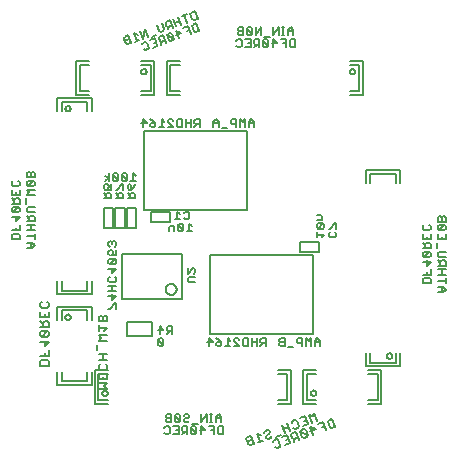
<source format=gbo>
G75*
%MOIN*%
%OFA0B0*%
%FSLAX24Y24*%
%IPPOS*%
%LPD*%
%AMOC8*
5,1,8,0,0,1.08239X$1,22.5*
%
%ADD10C,0.0050*%
%ADD11C,0.0060*%
%ADD12C,0.0070*%
D10*
X003443Y004071D02*
X004577Y004071D01*
X004577Y004504D01*
X004682Y004577D02*
X005115Y004577D01*
X005115Y004443D02*
X004800Y004443D01*
X004800Y003577D01*
X005115Y003577D01*
X005115Y003443D02*
X004682Y003443D01*
X004682Y004577D01*
X004443Y004504D02*
X004443Y004189D01*
X003577Y004189D01*
X003577Y004504D01*
X003443Y004504D02*
X003443Y004071D01*
X004938Y003792D02*
X004940Y003811D01*
X004946Y003828D01*
X004955Y003844D01*
X004967Y003858D01*
X004982Y003869D01*
X004999Y003877D01*
X005018Y003881D01*
X005036Y003881D01*
X005055Y003877D01*
X005071Y003869D01*
X005087Y003858D01*
X005099Y003844D01*
X005108Y003828D01*
X005114Y003811D01*
X005116Y003792D01*
X005114Y003773D01*
X005108Y003756D01*
X005099Y003740D01*
X005087Y003726D01*
X005072Y003715D01*
X005055Y003707D01*
X005036Y003703D01*
X005018Y003703D01*
X004999Y003707D01*
X004983Y003715D01*
X004967Y003726D01*
X004955Y003740D01*
X004946Y003756D01*
X004940Y003773D01*
X004938Y003792D01*
X005750Y005710D02*
X005750Y006150D01*
X006590Y006150D01*
X006590Y005710D01*
X005750Y005710D01*
X004577Y006236D02*
X004577Y006669D01*
X003443Y006669D01*
X003443Y006236D01*
X003577Y006236D02*
X003577Y006551D01*
X004443Y006551D01*
X004443Y006236D01*
X003703Y006324D02*
X003705Y006343D01*
X003711Y006360D01*
X003720Y006376D01*
X003732Y006390D01*
X003747Y006401D01*
X003764Y006409D01*
X003783Y006413D01*
X003801Y006413D01*
X003820Y006409D01*
X003836Y006401D01*
X003852Y006390D01*
X003864Y006376D01*
X003873Y006360D01*
X003879Y006343D01*
X003881Y006324D01*
X003879Y006305D01*
X003873Y006288D01*
X003864Y006272D01*
X003852Y006258D01*
X003837Y006247D01*
X003820Y006239D01*
X003801Y006235D01*
X003783Y006235D01*
X003764Y006239D01*
X003748Y006247D01*
X003732Y006258D01*
X003720Y006272D01*
X003711Y006288D01*
X003705Y006305D01*
X003703Y006324D01*
X003443Y007082D02*
X004577Y007082D01*
X004577Y007515D01*
X004443Y007515D02*
X004443Y007200D01*
X003577Y007200D01*
X003577Y007515D01*
X003443Y007515D02*
X003443Y007082D01*
X004990Y009310D02*
X005310Y009310D01*
X005310Y009950D01*
X004990Y009950D01*
X004990Y009310D01*
X005370Y009310D02*
X005690Y009310D01*
X005690Y009950D01*
X005370Y009950D01*
X005370Y009310D01*
X005750Y009310D02*
X006070Y009310D01*
X006070Y009950D01*
X005750Y009950D01*
X005750Y009310D01*
X006330Y009890D02*
X009770Y009890D01*
X009770Y012530D01*
X006330Y012530D01*
X006330Y009890D01*
X006550Y009830D02*
X006550Y009510D01*
X007190Y009510D01*
X007190Y009830D01*
X006550Y009830D01*
X008530Y008410D02*
X011970Y008410D01*
X011970Y005770D01*
X008530Y005770D01*
X008530Y008410D01*
X011530Y008510D02*
X011530Y008830D01*
X012170Y008830D01*
X012170Y008510D01*
X011530Y008510D01*
X013723Y010785D02*
X013723Y011218D01*
X014857Y011218D01*
X014857Y010785D01*
X014723Y010785D02*
X014723Y011100D01*
X013857Y011100D01*
X013857Y010785D01*
X013618Y013723D02*
X013185Y013723D01*
X013185Y013857D02*
X013500Y013857D01*
X013500Y014723D01*
X013185Y014723D01*
X013185Y014857D02*
X013618Y014857D01*
X013618Y013723D01*
X013184Y014508D02*
X013186Y014527D01*
X013192Y014544D01*
X013201Y014560D01*
X013213Y014574D01*
X013228Y014585D01*
X013245Y014593D01*
X013264Y014597D01*
X013282Y014597D01*
X013301Y014593D01*
X013317Y014585D01*
X013333Y014574D01*
X013345Y014560D01*
X013354Y014544D01*
X013360Y014527D01*
X013362Y014508D01*
X013360Y014489D01*
X013354Y014472D01*
X013345Y014456D01*
X013333Y014442D01*
X013318Y014431D01*
X013301Y014423D01*
X013282Y014419D01*
X013264Y014419D01*
X013245Y014423D01*
X013229Y014431D01*
X013213Y014442D01*
X013201Y014456D01*
X013192Y014472D01*
X013186Y014489D01*
X013184Y014508D01*
X007515Y014723D02*
X007200Y014723D01*
X007200Y013857D01*
X007515Y013857D01*
X007515Y013723D02*
X007082Y013723D01*
X007082Y014857D01*
X007515Y014857D01*
X006669Y014857D02*
X006236Y014857D01*
X006236Y014723D02*
X006551Y014723D01*
X006551Y013857D01*
X006236Y013857D01*
X006236Y013723D02*
X006669Y013723D01*
X006669Y014857D01*
X006235Y014508D02*
X006237Y014527D01*
X006243Y014544D01*
X006252Y014560D01*
X006264Y014574D01*
X006279Y014585D01*
X006296Y014593D01*
X006315Y014597D01*
X006333Y014597D01*
X006352Y014593D01*
X006368Y014585D01*
X006384Y014574D01*
X006396Y014560D01*
X006405Y014544D01*
X006411Y014527D01*
X006413Y014508D01*
X006411Y014489D01*
X006405Y014472D01*
X006396Y014456D01*
X006384Y014442D01*
X006369Y014431D01*
X006352Y014423D01*
X006333Y014419D01*
X006315Y014419D01*
X006296Y014423D01*
X006280Y014431D01*
X006264Y014442D01*
X006252Y014456D01*
X006243Y014472D01*
X006237Y014489D01*
X006235Y014508D01*
X004577Y013618D02*
X004577Y013185D01*
X004443Y013185D02*
X004443Y013500D01*
X003577Y013500D01*
X003577Y013185D01*
X003443Y013185D02*
X003443Y013618D01*
X004577Y013618D01*
X004504Y013723D02*
X004071Y013723D01*
X004071Y014857D01*
X004504Y014857D01*
X004504Y014723D02*
X004189Y014723D01*
X004189Y013857D01*
X004504Y013857D01*
X003703Y013273D02*
X003705Y013292D01*
X003711Y013309D01*
X003720Y013325D01*
X003732Y013339D01*
X003747Y013350D01*
X003764Y013358D01*
X003783Y013362D01*
X003801Y013362D01*
X003820Y013358D01*
X003836Y013350D01*
X003852Y013339D01*
X003864Y013325D01*
X003873Y013309D01*
X003879Y013292D01*
X003881Y013273D01*
X003879Y013254D01*
X003873Y013237D01*
X003864Y013221D01*
X003852Y013207D01*
X003837Y013196D01*
X003820Y013188D01*
X003801Y013184D01*
X003783Y013184D01*
X003764Y013188D01*
X003748Y013196D01*
X003732Y013207D01*
X003720Y013221D01*
X003711Y013237D01*
X003705Y013254D01*
X003703Y013273D01*
X010785Y004577D02*
X011218Y004577D01*
X011218Y003443D01*
X010785Y003443D01*
X010785Y003577D02*
X011100Y003577D01*
X011100Y004443D01*
X010785Y004443D01*
X011631Y004577D02*
X012064Y004577D01*
X012064Y004443D02*
X011749Y004443D01*
X011749Y003577D01*
X012064Y003577D01*
X012064Y003443D02*
X011631Y003443D01*
X011631Y004577D01*
X011887Y003792D02*
X011889Y003811D01*
X011895Y003828D01*
X011904Y003844D01*
X011916Y003858D01*
X011931Y003869D01*
X011948Y003877D01*
X011967Y003881D01*
X011985Y003881D01*
X012004Y003877D01*
X012020Y003869D01*
X012036Y003858D01*
X012048Y003844D01*
X012057Y003828D01*
X012063Y003811D01*
X012065Y003792D01*
X012063Y003773D01*
X012057Y003756D01*
X012048Y003740D01*
X012036Y003726D01*
X012021Y003715D01*
X012004Y003707D01*
X011985Y003703D01*
X011967Y003703D01*
X011948Y003707D01*
X011932Y003715D01*
X011916Y003726D01*
X011904Y003740D01*
X011895Y003756D01*
X011889Y003773D01*
X011887Y003792D01*
X013723Y004682D02*
X013723Y005115D01*
X013857Y005115D02*
X013857Y004800D01*
X014723Y004800D01*
X014723Y005115D01*
X014857Y005115D02*
X014857Y004682D01*
X013723Y004682D01*
X013796Y004577D02*
X014229Y004577D01*
X014229Y003443D01*
X013796Y003443D01*
X013796Y003577D02*
X014111Y003577D01*
X014111Y004443D01*
X013796Y004443D01*
X014419Y005027D02*
X014421Y005046D01*
X014427Y005063D01*
X014436Y005079D01*
X014448Y005093D01*
X014463Y005104D01*
X014480Y005112D01*
X014499Y005116D01*
X014517Y005116D01*
X014536Y005112D01*
X014552Y005104D01*
X014568Y005093D01*
X014580Y005079D01*
X014589Y005063D01*
X014595Y005046D01*
X014597Y005027D01*
X014595Y005008D01*
X014589Y004991D01*
X014580Y004975D01*
X014568Y004961D01*
X014553Y004950D01*
X014536Y004942D01*
X014517Y004938D01*
X014499Y004938D01*
X014480Y004942D01*
X014464Y004950D01*
X014448Y004961D01*
X014436Y004975D01*
X014427Y004991D01*
X014421Y005008D01*
X014419Y005027D01*
D11*
X012193Y005360D02*
X012193Y005533D01*
X012107Y005620D01*
X012020Y005533D01*
X012020Y005360D01*
X011899Y005360D02*
X011899Y005620D01*
X011812Y005533D01*
X011725Y005620D01*
X011725Y005360D01*
X011604Y005360D02*
X011604Y005620D01*
X011474Y005620D01*
X011430Y005577D01*
X011430Y005490D01*
X011474Y005447D01*
X011604Y005447D01*
X011309Y005317D02*
X011136Y005317D01*
X011015Y005360D02*
X010885Y005360D01*
X010841Y005403D01*
X010841Y005447D01*
X010885Y005490D01*
X011015Y005490D01*
X011015Y005360D02*
X011015Y005620D01*
X010885Y005620D01*
X010841Y005577D01*
X010841Y005533D01*
X010885Y005490D01*
X010383Y005447D02*
X010252Y005447D01*
X010209Y005490D01*
X010209Y005577D01*
X010252Y005620D01*
X010383Y005620D01*
X010383Y005360D01*
X010296Y005447D02*
X010209Y005360D01*
X010088Y005360D02*
X010088Y005620D01*
X010088Y005490D02*
X009914Y005490D01*
X009914Y005620D02*
X009914Y005360D01*
X009793Y005360D02*
X009793Y005620D01*
X009663Y005620D01*
X009620Y005577D01*
X009620Y005403D01*
X009663Y005360D01*
X009793Y005360D01*
X009499Y005360D02*
X009325Y005533D01*
X009325Y005577D01*
X009368Y005620D01*
X009455Y005620D01*
X009499Y005577D01*
X009499Y005360D02*
X009325Y005360D01*
X009204Y005360D02*
X009030Y005360D01*
X009117Y005360D02*
X009117Y005620D01*
X009204Y005533D01*
X008909Y005490D02*
X008909Y005403D01*
X008866Y005360D01*
X008779Y005360D01*
X008736Y005403D01*
X008736Y005447D01*
X008779Y005490D01*
X008909Y005490D01*
X008823Y005577D01*
X008736Y005620D01*
X008615Y005490D02*
X008441Y005490D01*
X008485Y005360D02*
X008485Y005620D01*
X008615Y005490D01*
X007590Y006920D02*
X007590Y008420D01*
X005590Y008420D01*
X005590Y006920D01*
X007590Y006920D01*
X007050Y007248D02*
X007052Y007274D01*
X007058Y007300D01*
X007067Y007325D01*
X007080Y007348D01*
X007096Y007369D01*
X007115Y007387D01*
X007137Y007403D01*
X007160Y007415D01*
X007185Y007423D01*
X007211Y007428D01*
X007238Y007429D01*
X007264Y007426D01*
X007289Y007419D01*
X007314Y007409D01*
X007336Y007395D01*
X007357Y007378D01*
X007374Y007359D01*
X007389Y007337D01*
X007400Y007313D01*
X007408Y007287D01*
X007412Y007261D01*
X007412Y007235D01*
X007408Y007209D01*
X007400Y007183D01*
X007389Y007159D01*
X007374Y007137D01*
X007357Y007118D01*
X007336Y007101D01*
X007314Y007087D01*
X007289Y007077D01*
X007264Y007070D01*
X007238Y007067D01*
X007211Y007068D01*
X007185Y007073D01*
X007160Y007081D01*
X007137Y007093D01*
X007115Y007109D01*
X007096Y007127D01*
X007080Y007148D01*
X007067Y007171D01*
X007058Y007196D01*
X007052Y007222D01*
X007050Y007248D01*
X007780Y007523D02*
X007823Y007480D01*
X008040Y007480D01*
X008040Y007653D02*
X007823Y007653D01*
X007780Y007610D01*
X007780Y007523D01*
X007780Y007775D02*
X007953Y007948D01*
X007997Y007948D01*
X008040Y007905D01*
X008040Y007818D01*
X007997Y007775D01*
X007780Y007775D02*
X007780Y007948D01*
X007747Y009180D02*
X007920Y009180D01*
X007833Y009180D02*
X007833Y009440D01*
X007920Y009353D01*
X007777Y009580D02*
X007690Y009580D01*
X007647Y009623D01*
X007525Y009580D02*
X007352Y009580D01*
X007439Y009580D02*
X007439Y009840D01*
X007525Y009753D01*
X007647Y009797D02*
X007690Y009840D01*
X007777Y009840D01*
X007820Y009797D01*
X007820Y009623D01*
X007777Y009580D01*
X007625Y009397D02*
X007582Y009440D01*
X007495Y009440D01*
X007452Y009397D01*
X007625Y009223D01*
X007582Y009180D01*
X007495Y009180D01*
X007452Y009223D01*
X007452Y009397D01*
X007331Y009353D02*
X007201Y009353D01*
X007157Y009310D01*
X007157Y009180D01*
X007331Y009180D02*
X007331Y009353D01*
X007625Y009397D02*
X007625Y009223D01*
X006040Y010280D02*
X006040Y010410D01*
X005997Y010453D01*
X005910Y010453D01*
X005867Y010410D01*
X005867Y010280D01*
X005867Y010367D02*
X005780Y010453D01*
X005823Y010575D02*
X005780Y010618D01*
X005780Y010705D01*
X005823Y010748D01*
X005867Y010748D01*
X005910Y010705D01*
X005910Y010575D01*
X005823Y010575D01*
X005910Y010575D02*
X005997Y010661D01*
X006040Y010748D01*
X006049Y010860D02*
X005876Y010860D01*
X005963Y010860D02*
X005963Y011120D01*
X006049Y011033D01*
X005755Y011077D02*
X005755Y010903D01*
X005581Y011077D01*
X005581Y010903D01*
X005625Y010860D01*
X005711Y010860D01*
X005755Y010903D01*
X005755Y011077D02*
X005711Y011120D01*
X005625Y011120D01*
X005581Y011077D01*
X005460Y011077D02*
X005460Y010903D01*
X005287Y011077D01*
X005287Y010903D01*
X005330Y010860D01*
X005417Y010860D01*
X005460Y010903D01*
X005460Y011077D02*
X005417Y011120D01*
X005330Y011120D01*
X005287Y011077D01*
X005166Y011120D02*
X005166Y010860D01*
X005166Y010947D02*
X005035Y011033D01*
X005166Y010947D02*
X005035Y010860D01*
X005023Y010748D02*
X004980Y010705D01*
X004980Y010618D01*
X005023Y010575D01*
X005110Y010575D02*
X005153Y010661D01*
X005153Y010705D01*
X005110Y010748D01*
X005023Y010748D01*
X005110Y010575D02*
X005240Y010575D01*
X005240Y010748D01*
X005380Y010575D02*
X005423Y010575D01*
X005597Y010748D01*
X005640Y010748D01*
X005640Y010575D01*
X005597Y010453D02*
X005510Y010453D01*
X005467Y010410D01*
X005467Y010280D01*
X005467Y010367D02*
X005380Y010453D01*
X005240Y010410D02*
X005197Y010453D01*
X005110Y010453D01*
X005067Y010410D01*
X005067Y010280D01*
X005067Y010367D02*
X004980Y010453D01*
X004980Y010280D02*
X005240Y010280D01*
X005240Y010410D01*
X005380Y010280D02*
X005640Y010280D01*
X005640Y010410D01*
X005597Y010453D01*
X005780Y010280D02*
X006040Y010280D01*
X005352Y008846D02*
X005308Y008846D01*
X005265Y008802D01*
X005222Y008846D01*
X005178Y008846D01*
X005135Y008802D01*
X005135Y008716D01*
X005178Y008672D01*
X005178Y008551D02*
X005135Y008508D01*
X005135Y008421D01*
X005178Y008378D01*
X005265Y008378D02*
X005308Y008464D01*
X005308Y008508D01*
X005265Y008551D01*
X005178Y008551D01*
X005265Y008378D02*
X005395Y008378D01*
X005395Y008551D01*
X005352Y008672D02*
X005395Y008716D01*
X005395Y008802D01*
X005352Y008846D01*
X005265Y008802D02*
X005265Y008759D01*
X005352Y008257D02*
X005178Y008257D01*
X005135Y008213D01*
X005135Y008126D01*
X005178Y008083D01*
X005352Y008257D01*
X005395Y008213D01*
X005395Y008126D01*
X005352Y008083D01*
X005178Y008083D01*
X005265Y007962D02*
X005265Y007788D01*
X005395Y007918D01*
X005135Y007918D01*
X005178Y007667D02*
X005135Y007624D01*
X005135Y007537D01*
X005178Y007494D01*
X005352Y007494D01*
X005395Y007537D01*
X005395Y007624D01*
X005352Y007667D01*
X005395Y007373D02*
X005135Y007373D01*
X005265Y007373D02*
X005265Y007199D01*
X005265Y007078D02*
X005265Y006904D01*
X005395Y007035D01*
X005135Y007035D01*
X005135Y007199D02*
X005395Y007199D01*
X005395Y006783D02*
X005352Y006783D01*
X005178Y006610D01*
X005135Y006610D01*
X005395Y006610D02*
X005395Y006783D01*
X006845Y006020D02*
X006845Y005760D01*
X006801Y005890D02*
X006975Y005890D01*
X006845Y006020D01*
X007096Y005977D02*
X007096Y005890D01*
X007139Y005847D01*
X007269Y005847D01*
X007183Y005847D02*
X007096Y005760D01*
X007269Y005760D02*
X007269Y006020D01*
X007139Y006020D01*
X007096Y005977D01*
X006931Y005620D02*
X006845Y005620D01*
X006801Y005577D01*
X006975Y005403D01*
X006931Y005360D01*
X006845Y005360D01*
X006801Y005403D01*
X006801Y005577D01*
X006931Y005620D02*
X006975Y005577D01*
X006975Y005403D01*
X007102Y003080D02*
X007059Y003037D01*
X007059Y002993D01*
X007102Y002950D01*
X007232Y002950D01*
X007102Y002950D02*
X007059Y002907D01*
X007059Y002863D01*
X007102Y002820D01*
X007232Y002820D01*
X007232Y003080D01*
X007102Y003080D01*
X007354Y003037D02*
X007354Y002863D01*
X007397Y002820D01*
X007484Y002820D01*
X007527Y002863D01*
X007354Y003037D01*
X007397Y003080D01*
X007484Y003080D01*
X007527Y003037D01*
X007527Y002863D01*
X007648Y002863D02*
X007692Y002820D01*
X007778Y002820D01*
X007822Y002863D01*
X007778Y002950D02*
X007692Y002950D01*
X007648Y002907D01*
X007648Y002863D01*
X007778Y002950D02*
X007822Y002993D01*
X007822Y003037D01*
X007778Y003080D01*
X007692Y003080D01*
X007648Y003037D01*
X007643Y002680D02*
X007599Y002637D01*
X007599Y002550D01*
X007643Y002507D01*
X007773Y002507D01*
X007773Y002420D02*
X007773Y002680D01*
X007643Y002680D01*
X007478Y002680D02*
X007478Y002420D01*
X007305Y002420D01*
X007183Y002463D02*
X007140Y002420D01*
X007053Y002420D01*
X007010Y002463D01*
X007183Y002463D02*
X007183Y002637D01*
X007140Y002680D01*
X007053Y002680D01*
X007010Y002637D01*
X007305Y002680D02*
X007478Y002680D01*
X007478Y002550D02*
X007391Y002550D01*
X007599Y002420D02*
X007686Y002507D01*
X007894Y002463D02*
X007894Y002637D01*
X008067Y002463D01*
X008024Y002420D01*
X007937Y002420D01*
X007894Y002463D01*
X008067Y002463D02*
X008067Y002637D01*
X008024Y002680D01*
X007937Y002680D01*
X007894Y002637D01*
X007943Y002777D02*
X008116Y002777D01*
X008238Y002820D02*
X008238Y003080D01*
X008411Y003080D02*
X008238Y002820D01*
X008232Y002680D02*
X008362Y002550D01*
X008188Y002550D01*
X008232Y002420D02*
X008232Y002680D01*
X008411Y002820D02*
X008411Y003080D01*
X008521Y003080D02*
X008608Y003080D01*
X008564Y003080D02*
X008564Y002820D01*
X008521Y002820D02*
X008608Y002820D01*
X008729Y002820D02*
X008729Y002993D01*
X008815Y003080D01*
X008902Y002993D01*
X008902Y002820D01*
X008902Y002950D02*
X008729Y002950D01*
X008657Y002680D02*
X008483Y002680D01*
X008570Y002550D02*
X008657Y002550D01*
X008657Y002420D02*
X008657Y002680D01*
X008778Y002637D02*
X008821Y002680D01*
X008951Y002680D01*
X008951Y002420D01*
X008821Y002420D01*
X008778Y002463D01*
X008778Y002637D01*
X012020Y005490D02*
X012193Y005490D01*
X012253Y008980D02*
X012340Y009067D01*
X012080Y009067D01*
X012080Y009153D02*
X012080Y008980D01*
X012123Y009275D02*
X012297Y009448D01*
X012123Y009448D01*
X012080Y009405D01*
X012080Y009318D01*
X012123Y009275D01*
X012297Y009275D01*
X012340Y009318D01*
X012340Y009405D01*
X012297Y009448D01*
X012253Y009569D02*
X012253Y009699D01*
X012210Y009743D01*
X012080Y009743D01*
X012080Y009569D02*
X012253Y009569D01*
X012480Y009275D02*
X012523Y009275D01*
X012697Y009448D01*
X012740Y009448D01*
X012740Y009275D01*
X012697Y009153D02*
X012740Y009110D01*
X012740Y009023D01*
X012697Y008980D01*
X012523Y008980D01*
X012480Y009023D01*
X012480Y009110D01*
X012523Y009153D01*
X015620Y009095D02*
X015620Y008922D01*
X015880Y008922D01*
X015880Y009095D01*
X015837Y009217D02*
X015663Y009217D01*
X015620Y009260D01*
X015620Y009347D01*
X015663Y009390D01*
X015837Y009390D02*
X015880Y009347D01*
X015880Y009260D01*
X015837Y009217D01*
X015750Y009009D02*
X015750Y008922D01*
X015750Y008801D02*
X015707Y008757D01*
X015707Y008627D01*
X015620Y008627D02*
X015880Y008627D01*
X015880Y008757D01*
X015837Y008801D01*
X015750Y008801D01*
X015707Y008714D02*
X015620Y008801D01*
X015663Y008506D02*
X015620Y008463D01*
X015620Y008376D01*
X015663Y008333D01*
X015837Y008506D01*
X015663Y008506D01*
X015663Y008333D02*
X015837Y008333D01*
X015880Y008376D01*
X015880Y008463D01*
X015837Y008506D01*
X016077Y008627D02*
X016077Y008801D01*
X016120Y008922D02*
X016120Y009095D01*
X016163Y009217D02*
X016337Y009390D01*
X016163Y009390D01*
X016120Y009347D01*
X016120Y009260D01*
X016163Y009217D01*
X016337Y009217D01*
X016380Y009260D01*
X016380Y009347D01*
X016337Y009390D01*
X016380Y009511D02*
X016380Y009641D01*
X016337Y009685D01*
X016293Y009685D01*
X016250Y009641D01*
X016250Y009511D01*
X016120Y009511D02*
X016120Y009641D01*
X016163Y009685D01*
X016207Y009685D01*
X016250Y009641D01*
X016120Y009511D02*
X016380Y009511D01*
X016380Y009095D02*
X016380Y008922D01*
X016120Y008922D01*
X016250Y008922D02*
X016250Y009009D01*
X016163Y008506D02*
X016380Y008506D01*
X016380Y008333D02*
X016163Y008333D01*
X016120Y008376D01*
X016120Y008463D01*
X016163Y008506D01*
X016120Y008212D02*
X016207Y008125D01*
X016207Y008168D02*
X016207Y008038D01*
X016120Y008038D02*
X016380Y008038D01*
X016380Y008168D01*
X016337Y008212D01*
X016250Y008212D01*
X016207Y008168D01*
X016250Y007917D02*
X016250Y007743D01*
X016120Y007743D02*
X016380Y007743D01*
X016380Y007622D02*
X016380Y007449D01*
X016380Y007535D02*
X016120Y007535D01*
X016120Y007328D02*
X016293Y007328D01*
X016380Y007241D01*
X016293Y007154D01*
X016120Y007154D01*
X016250Y007154D02*
X016250Y007328D01*
X015880Y007449D02*
X015880Y007579D01*
X015837Y007622D01*
X015663Y007622D01*
X015620Y007579D01*
X015620Y007449D01*
X015880Y007449D01*
X015880Y007743D02*
X015620Y007743D01*
X015750Y007743D02*
X015750Y007830D01*
X015880Y007743D02*
X015880Y007917D01*
X015750Y008038D02*
X015750Y008212D01*
X015620Y008168D02*
X015880Y008168D01*
X015750Y008038D01*
X016120Y007917D02*
X016380Y007917D01*
X009993Y012660D02*
X009993Y012833D01*
X009907Y012920D01*
X009820Y012833D01*
X009820Y012660D01*
X009699Y012660D02*
X009699Y012920D01*
X009612Y012833D01*
X009525Y012920D01*
X009525Y012660D01*
X009404Y012660D02*
X009404Y012920D01*
X009274Y012920D01*
X009230Y012877D01*
X009230Y012790D01*
X009274Y012747D01*
X009404Y012747D01*
X009109Y012617D02*
X008936Y012617D01*
X008815Y012660D02*
X008815Y012833D01*
X008728Y012920D01*
X008641Y012833D01*
X008641Y012660D01*
X008641Y012790D02*
X008815Y012790D01*
X008183Y012747D02*
X008052Y012747D01*
X008009Y012790D01*
X008009Y012877D01*
X008052Y012920D01*
X008183Y012920D01*
X008183Y012660D01*
X008096Y012747D02*
X008009Y012660D01*
X007888Y012660D02*
X007888Y012920D01*
X007888Y012790D02*
X007714Y012790D01*
X007714Y012920D02*
X007714Y012660D01*
X007593Y012660D02*
X007593Y012920D01*
X007463Y012920D01*
X007420Y012877D01*
X007420Y012703D01*
X007463Y012660D01*
X007593Y012660D01*
X007299Y012660D02*
X007125Y012833D01*
X007125Y012877D01*
X007168Y012920D01*
X007255Y012920D01*
X007299Y012877D01*
X007299Y012660D02*
X007125Y012660D01*
X007004Y012660D02*
X006830Y012660D01*
X006917Y012660D02*
X006917Y012920D01*
X007004Y012833D01*
X006709Y012790D02*
X006579Y012790D01*
X006536Y012747D01*
X006536Y012703D01*
X006579Y012660D01*
X006666Y012660D01*
X006709Y012703D01*
X006709Y012790D01*
X006623Y012877D01*
X006536Y012920D01*
X006415Y012790D02*
X006241Y012790D01*
X006285Y012660D02*
X006285Y012920D01*
X006415Y012790D01*
X006376Y015223D02*
X006320Y015249D01*
X006376Y015223D02*
X006457Y015253D01*
X006483Y015309D01*
X006424Y015472D01*
X006368Y015498D01*
X006287Y015468D01*
X006261Y015412D01*
X006175Y015569D02*
X006012Y015509D01*
X006093Y015539D02*
X006004Y015784D01*
X006115Y015732D01*
X006200Y015855D02*
X006289Y015610D01*
X006363Y015914D01*
X006452Y015670D01*
X006580Y015670D02*
X006743Y015730D01*
X006840Y015670D02*
X006814Y015614D01*
X006844Y015532D01*
X006900Y015507D01*
X007022Y015551D01*
X007052Y015470D02*
X006963Y015714D01*
X006840Y015670D01*
X006883Y015827D02*
X006828Y015853D01*
X006753Y016056D01*
X006916Y016116D02*
X006991Y015912D01*
X006965Y015856D01*
X006883Y015827D01*
X007091Y015715D02*
X007314Y015611D01*
X007288Y015555D01*
X007206Y015526D01*
X007151Y015552D01*
X007091Y015715D01*
X007117Y015770D01*
X007199Y015800D01*
X007254Y015774D01*
X007314Y015611D01*
X007398Y015734D02*
X007561Y015793D01*
X007394Y015871D01*
X007483Y015627D01*
X007630Y015957D02*
X007793Y016016D01*
X007882Y015772D01*
X007981Y015854D02*
X007922Y016017D01*
X007948Y016073D01*
X008070Y016117D01*
X008159Y015873D01*
X008037Y015828D01*
X007981Y015854D01*
X007838Y015894D02*
X007756Y015864D01*
X007559Y016073D02*
X007470Y016317D01*
X007584Y016359D02*
X007747Y016418D01*
X007666Y016388D02*
X007755Y016144D01*
X007935Y016256D02*
X007876Y016419D01*
X007902Y016474D01*
X008024Y016519D01*
X008113Y016274D01*
X007991Y016230D01*
X007935Y016256D01*
X007515Y016195D02*
X007352Y016136D01*
X007253Y016053D02*
X007130Y016009D01*
X007075Y016035D01*
X007045Y016116D01*
X007071Y016172D01*
X007193Y016216D01*
X007282Y015972D01*
X007396Y016013D02*
X007307Y016258D01*
X007171Y016024D02*
X007119Y015913D01*
X006940Y015521D02*
X006889Y015410D01*
X006775Y015369D02*
X006612Y015309D01*
X006649Y015461D02*
X006730Y015491D01*
X006686Y015613D02*
X006775Y015369D01*
X006686Y015613D02*
X006523Y015554D01*
X005898Y015468D02*
X005776Y015423D01*
X005720Y015449D01*
X005705Y015490D01*
X005731Y015546D01*
X005853Y015590D01*
X005731Y015546D02*
X005676Y015572D01*
X005661Y015612D01*
X005687Y015668D01*
X005809Y015713D01*
X005898Y015468D01*
X009410Y015537D02*
X009453Y015580D01*
X009540Y015580D01*
X009583Y015537D01*
X009583Y015363D01*
X009540Y015320D01*
X009453Y015320D01*
X009410Y015363D01*
X009705Y015320D02*
X009878Y015320D01*
X009878Y015580D01*
X009705Y015580D01*
X009791Y015450D02*
X009878Y015450D01*
X009999Y015450D02*
X010043Y015407D01*
X010173Y015407D01*
X010173Y015320D02*
X010173Y015580D01*
X010043Y015580D01*
X009999Y015537D01*
X009999Y015450D01*
X010086Y015407D02*
X009999Y015320D01*
X010294Y015363D02*
X010337Y015320D01*
X010424Y015320D01*
X010467Y015363D01*
X010294Y015537D01*
X010294Y015363D01*
X010467Y015363D02*
X010467Y015537D01*
X010424Y015580D01*
X010337Y015580D01*
X010294Y015537D01*
X010343Y015677D02*
X010516Y015677D01*
X010638Y015720D02*
X010638Y015980D01*
X010811Y015980D02*
X010638Y015720D01*
X010632Y015580D02*
X010762Y015450D01*
X010588Y015450D01*
X010632Y015320D02*
X010632Y015580D01*
X010811Y015720D02*
X010811Y015980D01*
X010921Y015980D02*
X011008Y015980D01*
X010964Y015980D02*
X010964Y015720D01*
X010921Y015720D02*
X011008Y015720D01*
X011129Y015720D02*
X011129Y015893D01*
X011215Y015980D01*
X011302Y015893D01*
X011302Y015720D01*
X011302Y015850D02*
X011129Y015850D01*
X011057Y015580D02*
X010883Y015580D01*
X010970Y015450D02*
X011057Y015450D01*
X011057Y015320D02*
X011057Y015580D01*
X011178Y015537D02*
X011221Y015580D01*
X011351Y015580D01*
X011351Y015320D01*
X011221Y015320D01*
X011178Y015363D01*
X011178Y015537D01*
X010222Y015720D02*
X010222Y015980D01*
X010048Y015720D01*
X010048Y015980D01*
X009927Y015937D02*
X009884Y015980D01*
X009797Y015980D01*
X009754Y015937D01*
X009927Y015763D01*
X009884Y015720D01*
X009797Y015720D01*
X009754Y015763D01*
X009754Y015937D01*
X009632Y015980D02*
X009502Y015980D01*
X009459Y015937D01*
X009459Y015893D01*
X009502Y015850D01*
X009632Y015850D01*
X009502Y015850D02*
X009459Y015807D01*
X009459Y015763D01*
X009502Y015720D01*
X009632Y015720D01*
X009632Y015980D01*
X009927Y015937D02*
X009927Y015763D01*
X009993Y012790D02*
X009820Y012790D01*
X002680Y011121D02*
X002637Y011165D01*
X002593Y011165D01*
X002550Y011121D01*
X002550Y010991D01*
X002420Y010991D02*
X002420Y011121D01*
X002463Y011165D01*
X002507Y011165D01*
X002550Y011121D01*
X002680Y011121D02*
X002680Y010991D01*
X002420Y010991D01*
X002463Y010870D02*
X002420Y010827D01*
X002420Y010740D01*
X002463Y010697D01*
X002637Y010870D01*
X002463Y010870D01*
X002463Y010697D02*
X002637Y010697D01*
X002680Y010740D01*
X002680Y010827D01*
X002637Y010870D01*
X002680Y010575D02*
X002420Y010575D01*
X002507Y010489D01*
X002420Y010402D01*
X002680Y010402D01*
X002377Y010281D02*
X002377Y010107D01*
X002463Y009986D02*
X002680Y009986D01*
X002680Y009813D02*
X002463Y009813D01*
X002420Y009856D01*
X002420Y009943D01*
X002463Y009986D01*
X002180Y009943D02*
X002180Y009856D01*
X002137Y009813D01*
X001963Y009813D01*
X002137Y009986D01*
X001963Y009986D01*
X001920Y009943D01*
X001920Y009856D01*
X001963Y009813D01*
X002050Y009692D02*
X002050Y009518D01*
X002180Y009648D01*
X001920Y009648D01*
X002180Y009397D02*
X002180Y009223D01*
X001920Y009223D01*
X001963Y009102D02*
X002137Y009102D01*
X002180Y009059D01*
X002180Y008929D01*
X001920Y008929D01*
X001920Y009059D01*
X001963Y009102D01*
X002050Y009223D02*
X002050Y009310D01*
X002420Y009223D02*
X002680Y009223D01*
X002680Y009102D02*
X002680Y008929D01*
X002680Y009015D02*
X002420Y009015D01*
X002420Y008808D02*
X002593Y008808D01*
X002680Y008721D01*
X002593Y008634D01*
X002420Y008634D01*
X002550Y008634D02*
X002550Y008808D01*
X002550Y009223D02*
X002550Y009397D01*
X002507Y009518D02*
X002507Y009648D01*
X002550Y009692D01*
X002637Y009692D01*
X002680Y009648D01*
X002680Y009518D01*
X002420Y009518D01*
X002420Y009397D02*
X002680Y009397D01*
X002507Y009605D02*
X002420Y009692D01*
X002180Y009943D02*
X002137Y009986D01*
X002180Y010107D02*
X001920Y010107D01*
X002007Y010107D02*
X002007Y010237D01*
X002050Y010281D01*
X002137Y010281D01*
X002180Y010237D01*
X002180Y010107D01*
X002007Y010194D02*
X001920Y010281D01*
X001920Y010402D02*
X001920Y010575D01*
X001963Y010697D02*
X001920Y010740D01*
X001920Y010827D01*
X001963Y010870D01*
X001963Y010697D02*
X002137Y010697D01*
X002180Y010740D01*
X002180Y010827D01*
X002137Y010870D01*
X002180Y010575D02*
X002180Y010402D01*
X001920Y010402D01*
X002050Y010402D02*
X002050Y010489D01*
D12*
X002922Y006830D02*
X002875Y006783D01*
X002875Y006689D01*
X002922Y006643D01*
X003109Y006643D01*
X003155Y006689D01*
X003155Y006783D01*
X003109Y006830D01*
X003155Y006507D02*
X003155Y006320D01*
X002875Y006320D01*
X002875Y006507D01*
X003015Y006414D02*
X003015Y006320D01*
X003015Y006185D02*
X002968Y006138D01*
X002968Y005998D01*
X002875Y005998D02*
X003155Y005998D01*
X003155Y006138D01*
X003109Y006185D01*
X003015Y006185D01*
X002968Y006092D02*
X002875Y006185D01*
X002922Y005863D02*
X002875Y005816D01*
X002875Y005723D01*
X002922Y005676D01*
X003109Y005863D01*
X002922Y005863D01*
X003109Y005863D02*
X003155Y005816D01*
X003155Y005723D01*
X003109Y005676D01*
X002922Y005676D01*
X003015Y005540D02*
X003015Y005354D01*
X003155Y005494D01*
X002875Y005494D01*
X003155Y005218D02*
X003155Y005031D01*
X002875Y005031D01*
X003015Y005031D02*
X003015Y005125D01*
X002922Y004896D02*
X003109Y004896D01*
X003155Y004849D01*
X003155Y004709D01*
X002875Y004709D01*
X002875Y004849D01*
X002922Y004896D01*
X004768Y005216D02*
X004768Y005403D01*
X004815Y005538D02*
X004908Y005632D01*
X004815Y005725D01*
X005095Y005725D01*
X005002Y005860D02*
X005095Y005954D01*
X004815Y005954D01*
X004815Y006047D02*
X004815Y005860D01*
X004815Y006183D02*
X004815Y006323D01*
X004862Y006370D01*
X004908Y006370D01*
X004955Y006323D01*
X004955Y006183D01*
X004955Y006323D02*
X005002Y006370D01*
X005049Y006370D01*
X005095Y006323D01*
X005095Y006183D01*
X004815Y006183D01*
X004815Y005538D02*
X005095Y005538D01*
X005095Y005080D02*
X004815Y005080D01*
X004955Y005080D02*
X004955Y004894D01*
X004815Y004894D02*
X005095Y004894D01*
X005049Y004758D02*
X005095Y004711D01*
X005095Y004618D01*
X005049Y004571D01*
X004862Y004571D01*
X004815Y004618D01*
X004815Y004711D01*
X004862Y004758D01*
X004815Y004436D02*
X004815Y004249D01*
X005095Y004249D01*
X005095Y004436D01*
X004955Y004342D02*
X004955Y004249D01*
X005095Y004114D02*
X004815Y004114D01*
X004815Y003927D02*
X005095Y003927D01*
X005002Y004020D01*
X005095Y004114D01*
X009730Y002255D02*
X009746Y002211D01*
X009806Y002183D01*
X009937Y002231D01*
X009806Y002183D02*
X009778Y002123D01*
X009794Y002079D01*
X009854Y002051D01*
X009985Y002099D01*
X009889Y002363D01*
X009758Y002315D01*
X009730Y002255D01*
X010113Y002146D02*
X010288Y002210D01*
X010200Y002178D02*
X010104Y002441D01*
X010224Y002385D01*
X010336Y002475D02*
X010363Y002535D01*
X010451Y002567D01*
X010511Y002539D01*
X010527Y002495D01*
X010499Y002435D01*
X010411Y002404D01*
X010383Y002344D01*
X010399Y002300D01*
X010459Y002272D01*
X010547Y002304D01*
X010575Y002364D01*
X010661Y002225D02*
X010633Y002165D01*
X010661Y002225D02*
X010748Y002257D01*
X010808Y002229D01*
X010872Y002053D01*
X010844Y001994D01*
X010756Y001962D01*
X010697Y001990D01*
X011015Y002056D02*
X011191Y002120D01*
X011095Y002383D01*
X010920Y002319D01*
X010910Y002386D02*
X010734Y002322D01*
X011021Y002476D02*
X010925Y002740D01*
X010973Y002608D02*
X011149Y002672D01*
X011197Y002540D02*
X011101Y002804D01*
X011244Y002806D02*
X011272Y002866D01*
X011360Y002898D01*
X011420Y002870D01*
X011483Y002694D01*
X011456Y002634D01*
X011368Y002603D01*
X011308Y002630D01*
X011398Y002493D02*
X011266Y002445D01*
X011238Y002386D01*
X011270Y002298D01*
X011330Y002270D01*
X011462Y002318D01*
X011494Y002230D02*
X011398Y002493D01*
X011541Y002496D02*
X011605Y002320D01*
X011665Y002292D01*
X011753Y002324D01*
X011781Y002384D01*
X011541Y002496D01*
X011569Y002556D01*
X011657Y002588D01*
X011717Y002560D01*
X011781Y002384D01*
X011876Y002518D02*
X012052Y002582D01*
X011872Y002666D01*
X011968Y002403D01*
X012131Y002760D02*
X012306Y002824D01*
X012402Y002561D01*
X012354Y002692D02*
X012267Y002660D01*
X012514Y002651D02*
X012450Y002826D01*
X012478Y002886D01*
X012609Y002934D01*
X012705Y002671D01*
X012573Y002623D01*
X012514Y002651D01*
X012105Y002871D02*
X012009Y003134D01*
X011953Y003015D01*
X011834Y003070D01*
X011930Y002807D01*
X011802Y002761D02*
X011627Y002697D01*
X011667Y002860D02*
X011754Y002892D01*
X011802Y002761D02*
X011706Y003024D01*
X011531Y002960D01*
X011374Y002286D02*
X011318Y002166D01*
X011143Y002251D02*
X011055Y002220D01*
M02*

</source>
